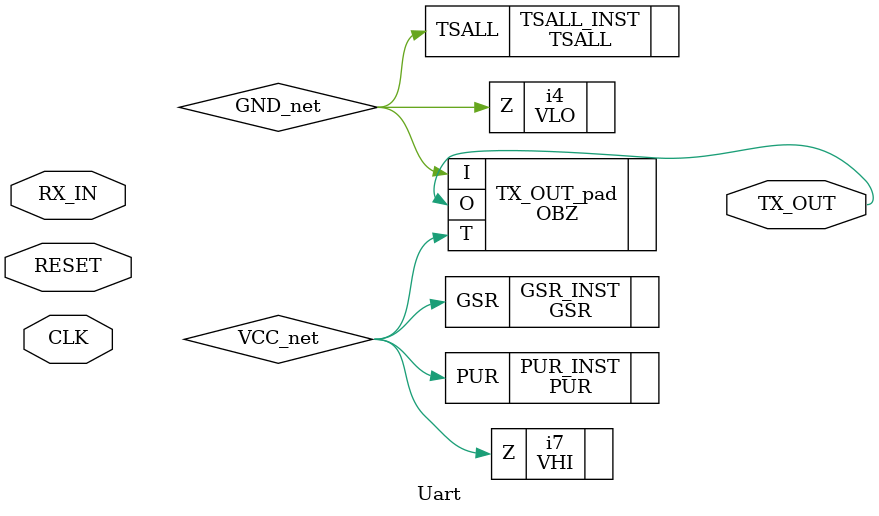
<source format=v>


module Uart (CLK, RESET, RX_IN, TX_OUT);   // c:/users/fox/programming/eece444-video-card/usart.v(1[8:12])
    input CLK;   // c:/users/fox/programming/eece444-video-card/usart.v(2[14:17])
    input RESET;   // c:/users/fox/programming/eece444-video-card/usart.v(3[14:19])
    input RX_IN;   // c:/users/fox/programming/eece444-video-card/usart.v(4[14:19])
    output TX_OUT;   // c:/users/fox/programming/eece444-video-card/usart.v(5[15:21])
    
    wire CLK_c;   // c:/users/fox/programming/eece444-video-card/usart.v(2[14:17])
    wire RESET_c;   // c:/users/fox/programming/eece444-video-card/usart.v(3[14:19])
    wire RX_IN_c;   // c:/users/fox/programming/eece444-video-card/usart.v(4[14:19])
    
    wire GND_net, VCC_net;
    
    VHI i7 (.Z(VCC_net));
    TSALL TSALL_INST (.TSALL(GND_net));
    OBZ TX_OUT_pad (.I(GND_net), .T(VCC_net), .O(TX_OUT));
    GSR GSR_INST (.GSR(VCC_net));
    IB CLK_pad (.I(CLK), .O(CLK_c));
    IB RESET_pad (.I(RESET), .O(RESET_c));
    IB RX_IN_pad (.I(RX_IN), .O(RX_IN_c));
    PUR PUR_INST (.PUR(VCC_net));
    defparam PUR_INST.RST_PULSE = 1;
    VLO i4 (.Z(GND_net));
    
endmodule

//
// Verilog Description of module TSALL
// module not written out since it is a black-box. 
//


//
// Verilog Description of module PUR
// module not written out since it is a black-box. 
//


</source>
